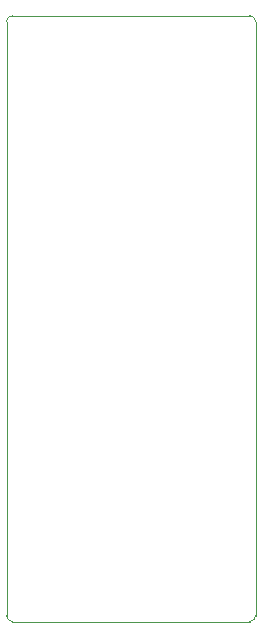
<source format=gm1>
G04 #@! TF.GenerationSoftware,KiCad,Pcbnew,(5.1.10)-1*
G04 #@! TF.CreationDate,2021-07-31T08:12:49+01:00*
G04 #@! TF.ProjectId,STM32Pico,53544d33-3250-4696-936f-2e6b69636164,REV1*
G04 #@! TF.SameCoordinates,Original*
G04 #@! TF.FileFunction,Profile,NP*
%FSLAX46Y46*%
G04 Gerber Fmt 4.6, Leading zero omitted, Abs format (unit mm)*
G04 Created by KiCad (PCBNEW (5.1.10)-1) date 2021-07-31 08:12:49*
%MOMM*%
%LPD*%
G01*
G04 APERTURE LIST*
G04 #@! TA.AperFunction,Profile*
%ADD10C,0.050000*%
G04 #@! TD*
G04 APERTURE END LIST*
D10*
X114190000Y-108025000D02*
G75*
G02*
X113690000Y-108525000I-500000J0D01*
G01*
X93600000Y-108525000D02*
G75*
G02*
X93100000Y-108025000I0J500000D01*
G01*
X93100000Y-57725000D02*
G75*
G02*
X93600000Y-57225000I500000J0D01*
G01*
X113690000Y-57225000D02*
G75*
G02*
X114190000Y-57725000I0J-500000D01*
G01*
X114190000Y-108025000D02*
X114190000Y-57725000D01*
X93600000Y-57225000D02*
X113690000Y-57225000D01*
X93100000Y-108025000D02*
X93100000Y-57725000D01*
X93600000Y-108525000D02*
X113690000Y-108525000D01*
M02*

</source>
